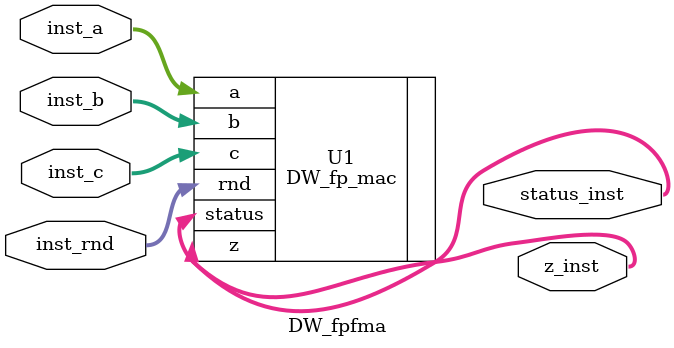
<source format=v>
module DW_fpfma( inst_a, inst_b, inst_c, inst_rnd, z_inst, status_inst );

   parameter inst_sig_width = 23;
   parameter inst_exp_width = 8;
   parameter inst_ieee_compliance = 0;
   
   input [inst_sig_width+inst_exp_width : 0] inst_a;
   input [inst_sig_width+inst_exp_width : 0] inst_b;
   input [inst_sig_width+inst_exp_width : 0] inst_c;
   input [2 : 0] 			     inst_rnd;
   output [inst_sig_width+inst_exp_width : 0] z_inst;
   output [7 : 0] 			      status_inst;
   
   // Instance of DW_fp_mac
   DW_fp_mac #(inst_sig_width, inst_exp_width, inst_ieee_compliance) 
   U1 (.a(inst_a), .b(inst_b), .c(inst_c), .rnd(inst_rnd), 
       .z(z_inst), .status(status_inst) );

endmodule // DW_fpfma


</source>
